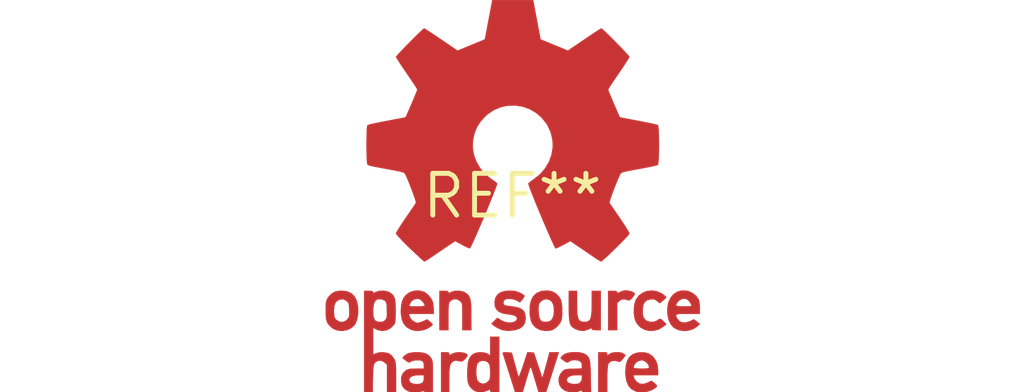
<source format=kicad_pcb>
(kicad_pcb (version 20240108) (generator pcbnew)
  (layers (0 "F.Cu" signal) (31 "B.Cu" signal) (34 "B.Paste" user) (35 "F.Paste" user) (36 "B.SilkS" user "B.Silkscreen") (37 "F.SilkS" user "F.Silkscreen") (38 "B.Mask" user) (39 "F.Mask" user) (44 "Edge.Cuts" user))
  (net 0 "")
  (footprint "OSHW-Logo_11.4x12mm_Copper" (layer "F.Cu") (at 0 0)
    (property "Reference" "REF**")
    (property "Value" "OSHW-Logo_11.4x12mm_Copper")
    (fp_poly (pts (xy 3.563637 2.887472) (xy 3.64929 2.913641) (xy 3.704437 2.946707) (xy 3.722401 2.972855) (xy 3.717457 3.003852) (xy 3.685372 3.052547) (xy 3.658243 3.087035) (xy 3.602317 3.149383) (xy 3.560299 3.175615) (xy 3.52448 3.173903) (xy 3.418224 3.146863) (xy 3.340189 3.148091) (xy 3.27682 3.178735) (xy 3.255546 3.19667) (xy 3.187451 3.259779) (xy 3.187451 4.083922) (xy 2.913529 4.083922) (xy 2.913529 2.888628) (xy 3.05049 2.888628) (xy 3.132719 2.891879) (xy 3.175144 2.903426) (xy 3.187445 2.925952) (xy 3.187451 2.92662) (xy 3.19326 2.950215) (xy 3.219531 2.947138) (xy 3.255931 2.930115) (xy 3.331111 2.898439) (xy 3.392158 2.879381) (xy 3.470708 2.874496) (xy 3.563637 2.887472)) (layer "F.Cu") (stroke (width 0.01)) (fill solid))
    (fp_poly (pts (xy 3.238446 4.755883) (xy 3.334177 4.774755) (xy 3.388677 4.802699) (xy 3.446008 4.849123) (xy 3.364441 4.952111) (xy 3.31415 5.014479) (xy 3.280001 5.044907) (xy 3.246063 5.049555) (xy 3.196406 5.034586) (xy 3.173096 5.026117) (xy 3.078063 5.013622) (xy 2.991032 5.040406) (xy 2.927138 5.100915) (xy 2.916759 5.120208) (xy 2.905456 5.171314) (xy 2.896732 5.2655) (xy 2.890997 5.396089) (xy 2.88866 5.556405) (xy 2.888627 5.579211) (xy 2.888627 5.976471) (xy 2.614705 5.976471) (xy 2.614705 4.756275) (xy 2.751666 4.756275) (xy 2.830638 4.758337) (xy 2.871779 4.767513) (xy 2.886992 4.78829) (xy 2.888627 4.807886) (xy 2.888627 4.859497) (xy 2.95424 4.807886) (xy 3.029475 4.772675) (xy 3.130544 4.755265) (xy 3.238446 4.755883)) (layer "F.Cu") (stroke (width 0.01)) (fill solid))
    (fp_poly (pts (xy -1.967236 4.758921) (xy -1.92997 4.770091) (xy -1.917957 4.794633) (xy -1.917451 4.805712) (xy -1.915296 4.836572) (xy -1.900449 4.841417) (xy -1.860343 4.82026) (xy -1.83652 4.805806) (xy -1.761362 4.77485) (xy -1.671594 4.759544) (xy -1.577471 4.758367) (xy -1.489246 4.769799) (xy -1.417174 4.79232) (xy -1.371508 4.824409) (xy -1.362502 4.864545) (xy -1.367047 4.875415) (xy -1.400179 4.920534) (xy -1.451555 4.976026) (xy -1.460848 4.984996) (xy -1.509818 5.026245) (xy -1.552069 5.039572) (xy -1.611159 5.030271) (xy -1.634831 5.02409) (xy -1.708496 5.009246) (xy -1.76029 5.015921) (xy -1.804031 5.039465) (xy -1.844098 5.071061) (xy -1.873608 5.110798) (xy -1.894116 5.166252) (xy -1.907176 5.245003) (xy -1.914344 5.354629) (xy -1.917176 5.502706) (xy -1.917451 5.592111) (xy -1.917451 5.976471) (xy -2.166471 5.976471) (xy -2.166471 4.756275) (xy -2.041961 4.756275) (xy -1.967236 4.758921)) (layer "F.Cu") (stroke (width 0.01)) (fill solid))
    (fp_poly (pts (xy 1.967254 3.276245) (xy 1.969608 3.458879) (xy 1.978207 3.5976) (xy 1.99536 3.698147) (xy 2.023374 3.766254) (xy 2.064557 3.807659) (xy 2.121217 3.828097) (xy 2.191372 3.833318) (xy 2.264848 3.827468) (xy 2.320657 3.806093) (xy 2.361109 3.763458) (xy 2.388509 3.693825) (xy 2.405167 3.59146) (xy 2.413389 3.450624) (xy 2.41549 3.276245) (xy 2.41549 2.888628) (xy 2.689411 2.888628) (xy 2.689411 4.083922) (xy 2.552451 4.083922) (xy 2.469884 4.080576) (xy 2.427368 4.068826) (xy 2.41549 4.04652) (xy 2.408336 4.026654) (xy 2.379865 4.030857) (xy 2.322476 4.058971) (xy 2.190945 4.102342) (xy 2.051438 4.09927) (xy 1.917765 4.052174) (xy 1.854108 4.014971) (xy 1.805553 3.974691) (xy 1.770081 3.924291) (xy 1.745674 3.856729) (xy 1.730313 3.764965) (xy 1.721982 3.641955) (xy 1.718662 3.480659) (xy 1.718235 3.355928) (xy 1.718235 2.888628) (xy 1.967254 2.888628) (xy 1.967254 3.276245)) (layer "F.Cu") (stroke (width 0.01)) (fill solid))
    (fp_poly (pts (xy -1.49324 2.909199) (xy -1.431264 2.938802) (xy -1.371241 2.981561) (xy -1.325514 3.030775) (xy -1.292207 3.093544) (xy -1.269445 3.176971) (xy -1.255353 3.288159) (xy -1.248058 3.434209) (xy -1.245682 3.622223) (xy -1.245645 3.641912) (xy -1.245098 4.083922) (xy -1.51902 4.083922) (xy -1.51902 3.676435) (xy -1.519215 3.525471) (xy -1.520564 3.416056) (xy -1.524212 3.339933) (xy -1.531304 3.288848) (xy -1.542987 3.254545) (xy -1.560406 3.228768) (xy -1.584671 3.203298) (xy -1.669565 3.148571) (xy -1.762239 3.138416) (xy -1.850527 3.173017) (xy -1.88123 3.19877) (xy -1.903771 3.222982) (xy -1.919954 3.248912) (xy -1.930832 3.284708) (xy -1.937458 3.338519) (xy -1.940885 3.418493) (xy -1.942166 3.532779) (xy -1.942353 3.671907) (xy -1.942353 4.083922) (xy -2.216275 4.083922) (xy -2.216275 2.888628) (xy -2.079314 2.888628) (xy -1.997084 2.891879) (xy -1.95466 2.903426) (xy -1.942359 2.925952) (xy -1.942353 2.92662) (xy -1.936646 2.948681) (xy -1.911473 2.946177) (xy -1.861422 2.921937) (xy -1.747906 2.886271) (xy -1.618055 2.882305) (xy -1.49324 2.909199)) (layer "F.Cu") (stroke (width 0.01)) (fill solid))
    (fp_poly (pts (xy 4.390976 2.899056) (xy 4.535256 2.960348) (xy 4.580699 2.990185) (xy 4.638779 3.036036) (xy 4.675238 3.072089) (xy 4.681568 3.083832) (xy 4.663693 3.109889) (xy 4.61795 3.154105) (xy 4.581328 3.184965) (xy 4.481088 3.26552) (xy 4.401935 3.198918) (xy 4.340769 3.155921) (xy 4.281129 3.141079) (xy 4.212872 3.144704) (xy 4.104482 3.171652) (xy 4.029872 3.227587) (xy 3.98453 3.318014) (xy 3.963947 3.448435) (xy 3.963942 3.448517) (xy 3.965722 3.59429) (xy 3.993387 3.701245) (xy 4.048571 3.774064) (xy 4.086192 3.798723) (xy 4.186105 3.829431) (xy 4.292822 3.829449) (xy 4.385669 3.799655) (xy 4.407647 3.785098) (xy 4.462765 3.747914) (xy 4.505859 3.74182) (xy 4.552335 3.769496) (xy 4.603716 3.819205) (xy 4.685046 3.903116) (xy 4.594749 3.977546) (xy 4.455236 4.061549) (xy 4.297912 4.102947) (xy 4.133503 4.09995) (xy 4.025531 4.0725) (xy 3.899331 4.00462) (xy 3.798401 3.897831) (xy 3.752548 3.822451) (xy 3.71541 3.714297) (xy 3.696827 3.577318) (xy 3.696684 3.428864) (xy 3.714865 3.286281) (xy 3.751255 3.166918) (xy 3.756987 3.15468) (xy 3.841865 3.034655) (xy 3.956782 2.947267) (xy 4.092659 2.894329) (xy 4.240417 2.877654) (xy 4.390976 2.899056)) (layer "F.Cu") (stroke (width 0.01)) (fill solid))
    (fp_poly (pts (xy 1.209547 2.903364) (xy 1.335502 2.971959) (xy 1.434047 3.080245) (xy 1.480478 3.168315) (xy 1.500412 3.246101) (xy 1.513328 3.356993) (xy 1.518863 3.484738) (xy 1.516654 3.613084) (xy 1.506337 3.725779) (xy 1.494286 3.785969) (xy 1.453634 3.868311) (xy 1.38323 3.95577) (xy 1.298382 4.032251) (xy 1.214397 4.081655) (xy 1.212349 4.082439) (xy 1.108134 4.104027) (xy 0.984627 4.104562) (xy 0.867261 4.084908) (xy 0.821942 4.069155) (xy 0.70522 4.002966) (xy 0.621624 3.916246) (xy 0.566701 3.801438) (xy 0.535995 3.650982) (xy 0.529047 3.572173) (xy 0.529933 3.473145) (xy 0.796862 3.473145) (xy 0.805854 3.617645) (xy 0.831736 3.72776) (xy 0.872868 3.798116) (xy 0.902172 3.818235) (xy 0.977251 3.832265) (xy 1.066494 3.828111) (xy 1.14365 3.807922) (xy 1.163883 3.796815) (xy 1.217265 3.732123) (xy 1.2525 3.633119) (xy 1.267498 3.512632) (xy 1.260172 3.383494) (xy 1.243799 3.305775) (xy 1.19679 3.215771) (xy 1.122582 3.159509) (xy 1.033209 3.140057) (xy 0.940707 3.160481) (xy 0.869653 3.210437) (xy 0.832312 3.251655) (xy 0.810518 3.292281) (xy 0.80013 3.347264) (xy 0.797006 3.431549) (xy 0.796862 3.473145) (xy 0.529933 3.473145) (xy 0.53093 3.361874) (xy 0.56518 3.189423) (xy 0.631802 3.054814) (xy 0.730799 2.95804) (xy 0.862175 2.899094) (xy 0.890385 2.892259) (xy 1.059926 2.876213) (xy 1.209547 2.903364)) (layer "F.Cu") (stroke (width 0.01)) (fill solid))
    (fp_poly (pts (xy 0.557528 4.761332) (xy 0.656014 4.768726) (xy 0.784776 5.154706) (xy 0.913537 5.540686) (xy 0.953911 5.403726) (xy 0.978207 5.319083) (xy 1.010167 5.204697) (xy 1.044679 5.078963) (xy 1.062928 5.01152) (xy 1.131571 4.756275) (xy 1.414773 4.756275) (xy 1.330122 5.023971) (xy 1.288435 5.155638) (xy 1.238074 5.314458) (xy 1.185481 5.480128) (xy 1.13853 5.627843) (xy 1.031589 5.96402) (xy 0.800661 5.979044) (xy 0.73805 5.772316) (xy 0.699438 5.643896) (xy 0.6573 5.502322) (xy 0.620472 5.377285) (xy 0.619018 5.372309) (xy 0.591511 5.287586) (xy 0.567242 5.229778) (xy 0.550243 5.207918) (xy 0.54675 5.210446) (xy 0.53449 5.244336) (xy 0.511195 5.31693) (xy 0.4797 5.419101) (xy 0.442842 5.54172) (xy 0.422899 5.609167) (xy 0.314895 5.976471) (xy 0.085679 5.976471) (xy -0.097561 5.3975) (xy -0.149037 5.235091) (xy -0.19593 5.087602) (xy -0.236023 4.96196) (xy -0.267103 4.865095) (xy -0.286955 4.803934) (xy -0.292989 4.786065) (xy -0.288212 4.767768) (xy -0.250703 4.759755) (xy -0.172645 4.760557) (xy -0.160426 4.761163) (xy -0.015674 4.768726) (xy 0.07913 5.117353) (xy 0.113977 5.244497) (xy 0.145117 5.356265) (xy 0.169809 5.442953) (xy 0.185312 5.494856) (xy 0.188176 5.503318) (xy 0.200046 5.493587) (xy 0.223983 5.443172) (xy 0.257239 5.358935) (xy 0.297064 5.247741) (xy 0.33073 5.147297) (xy 0.459041 4.753939) (xy 0.557528 4.761332)) (layer "F.Cu") (stroke (width 0.01)) (fill solid))
    (fp_poly (pts (xy -5.026753 2.901568) (xy -4.896478 2.959163) (xy -4.797581 3.055334) (xy -4.729918 3.190229) (xy -4.693345 3.363996) (xy -4.690724 3.391126) (xy -4.68867 3.582408) (xy -4.715301 3.750073) (xy -4.768999 3.885967) (xy -4.797753 3.929681) (xy -4.897909 4.022198) (xy -5.025463 4.082119) (xy -5.168163 4.106985) (xy -5.31376 4.094339) (xy -5.424438 4.055391) (xy -5.519616 3.989755) (xy -5.597406 3.903699) (xy -5.598751 3.901685) (xy -5.630343 3.84857) (xy -5.650873 3.79516) (xy -5.663305 3.727754) (xy -5.670603 3.632653) (xy -5.673818 3.554666) (xy -5.675156 3.483944) (xy -5.426186 3.483944) (xy -5.423753 3.554348) (xy -5.41492 3.648068) (xy -5.399336 3.708214) (xy -5.371234 3.751006) (xy -5.344914 3.776002) (xy -5.251608 3.828338) (xy -5.15398 3.835333) (xy -5.063058 3.797676) (xy -5.017598 3.755479) (xy -4.984838 3.712956) (xy -4.965677 3.672267) (xy -4.957267 3.619314) (xy -4.956763 3.539997) (xy -4.959355 3.46695) (xy -4.964929 3.362601) (xy -4.973766 3.29492) (xy -4.989693 3.250774) (xy -5.016538 3.217031) (xy -5.037811 3.197746) (xy -5.126794 3.147086) (xy -5.222789 3.14456) (xy -5.303281 3.174567) (xy -5.371947 3.237231) (xy -5.412856 3.340168) (xy -5.426186 3.483944) (xy -5.675156 3.483944) (xy -5.676754 3.399582) (xy -5.67174 3.2836) (xy -5.656717 3.196367) (xy -5.629624 3.12753) (xy -5.5884 3.066737) (xy -5.573115 3.048686) (xy -5.477546 2.958746) (xy -5.375039 2.906211) (xy -5.249679 2.884201) (xy -5.18855 2.882402) (xy -5.026753 2.901568)) (layer "F.Cu") (stroke (width 0.01)) (fill solid))
    (fp_poly (pts (xy -0.398432 5.976471) (xy -0.535393 5.976471) (xy -0.614889 5.97414) (xy -0.656292 5.964488) (xy -0.671199 5.943525) (xy -0.672353 5.929351) (xy -0.674867 5.900927) (xy -0.69072 5.895475) (xy -0.732379 5.912998) (xy -0.764776 5.929351) (xy -0.889151 5.968103) (xy -1.024354 5.970346) (xy -1.134274 5.941444) (xy -1.236634 5.871619) (xy -1.31466 5.768555) (xy -1.357386 5.646989) (xy -1.358474 5.640192) (xy -1.364822 5.566032) (xy -1.367979 5.45957) (xy -1.367725 5.379052) (xy -1.095711 5.379052) (xy -1.08941 5.48607) (xy -1.075075 5.574278) (xy -1.055669 5.62409) (xy -0.982254 5.692162) (xy -0.895086 5.716564) (xy -0.805196 5.696831) (xy -0.728383 5.637968) (xy -0.699292 5.598379) (xy -0.682283 5.551138) (xy -0.674316 5.482181) (xy -0.672353 5.378607) (xy -0.675866 5.276039) (xy -0.685143 5.185921) (xy -0.698294 5.125613) (xy -0.700486 5.120208) (xy -0.753522 5.05594) (xy -0.830933 5.020656) (xy -0.917546 5.014959) (xy -0.998193 5.039453) (xy -1.057703 5.094742) (xy -1.063876 5.105743) (xy -1.083199 5.172827) (xy -1.093726 5.269284) (xy -1.095711 5.379052) (xy -1.367725 5.379052) (xy -1.367596 5.338225) (xy -1.365806 5.272918) (xy -1.353627 5.111355) (xy -1.328315 4.990053) (xy -1.286207 4.900379) (xy -1.223641 4.833699) (xy -1.1629 4.794557) (xy -1.078036 4.76704) (xy -0.972485 4.757603) (xy -0.864402 4.76529) (xy -0.771942 4.789146) (xy -0.72309 4.817685) (xy -0.672353 4.863601) (xy -0.672353 4.283137) (xy -0.398432 4.283137) (xy -0.398432 5.976471)) (layer "F.Cu") (stroke (width 0.01)) (fill solid))
    (fp_poly (pts (xy 5.303287 2.884355) (xy 5.367051 2.899845) (xy 5.4893 2.956569) (xy 5.593834 3.043202) (xy 5.66618 3.147074) (xy 5.676119 3.170396) (xy 5.689754 3.231484) (xy 5.699298 3.321853) (xy 5.702549 3.41319) (xy 5.702549 3.585882) (xy 5.34147 3.585882) (xy 5.192546 3.586445) (xy 5.087632 3.589864) (xy 5.020937 3.598731) (xy 4.986666 3.615641) (xy 4.979028 3.643189) (xy 4.992229 3.683968) (xy 5.015877 3.731683) (xy 5.081843 3.811314) (xy 5.173512 3.850987) (xy 5.285555 3.849695) (xy 5.412472 3.806514) (xy 5.522158 3.753224) (xy 5.613173 3.825191) (xy 5.704188 3.897157) (xy 5.618563 3.976269) (xy 5.50425 4.051017) (xy 5.363666 4.096084) (xy 5.212449 4.108696) (xy 5.066236 4.086079) (xy 5.042647 4.078405) (xy 4.914141 4.011296) (xy 4.818551 3.911247) (xy 4.753861 3.775271) (xy 4.718057 3.60038) (xy 4.71764 3.596632) (xy 4.714434 3.406032) (xy 4.727393 3.338035) (xy 4.980392 3.338035) (xy 5.003627 3.348491) (xy 5.06671 3.3565) (xy 5.159706 3.361073) (xy 5.218638 3.361765) (xy 5.328537 3.361332) (xy 5.397252 3.358578) (xy 5.433405 3.351321) (xy 5.445615 3.337376) (xy 5.442504 3.314562) (xy 5.439894 3.305735) (xy 5.395344 3.2228) (xy 5.325279 3.15596) (xy 5.263446 3.126589) (xy 5.181301 3.128362) (xy 5.098062 3.16499) (xy 5.028238 3.225634) (xy 4.986337 3.299456) (xy 4.980392 3.338035) (xy 4.727393 3.338035) (xy 4.746385 3.238395) (xy 4.809773 3.097711) (xy 4.900878 2.987974) (xy 5.015978 2.913174) (xy 5.151355 2.877304) (xy 5.303287 2.884355)) (layer "F.Cu") (stroke (width 0.01)) (fill solid))
    (fp_poly (pts (xy 0.027759 2.884345) (xy 0.122059 2.902229) (xy 0.21989 2.939633) (xy 0.230343 2.944402) (xy 0.304531 2.983412) (xy 0.35591 3.019664) (xy 0.372517 3.042887) (xy 0.356702 3.080761) (xy 0.318288 3.136644) (xy 0.301237 3.157505) (xy 0.230969 3.239618) (xy 0.140379 3.186168) (xy 0.054164 3.150561) (xy -0.045451 3.131529) (xy -0.140981 3.130326) (xy -0.214939 3.14821) (xy -0.232688 3.159373) (xy -0.266488 3.210553) (xy -0.270596 3.269509) (xy -0.245304 3.315567) (xy -0.230344 3.324499) (xy -0.185514 3.335592) (xy -0.106714 3.34863) (xy -0.009574 3.361088) (xy 0.008346 3.363042) (xy 0.164365 3.39003) (xy 0.277523 3.435873) (xy 0.352569 3.504803) (xy 0.394253 3.601054) (xy 0.407238 3.718617) (xy 0.389299 3.852254) (xy 0.33105 3.957195) (xy 0.232255 4.03363) (xy 0.092682 4.081748) (xy -0.062255 4.100732) (xy -0.188602 4.100504) (xy -0.291087 4.083262) (xy -0.361079 4.059457) (xy -0.449517 4.017978) (xy -0.531246 3.969842) (xy -0.560295 3.948655) (xy -0.635 3.887676) (xy -0.544902 3.796508) (xy -0.454804 3.705339) (xy -0.352368 3.773128) (xy -0.249626 3.824042) (xy -0.139913 3.850673) (xy -0.034449 3.853483) (xy 0.055546 3.832935) (xy 0.118854 3.789493) (xy 0.139296 3.752838) (xy 0.136229 3.694053) (xy 0.085434 3.649099) (xy -0.012952 3.618057) (xy -0.120744 3.60371) (xy -0.286635 3.576337) (xy -0.409876 3.524693) (xy -0.492114 3.447266) (xy -0.534999 3.342544) (xy -0.54094 3.218387) (xy -0.511594 3.088702) (xy -0.444691 2.990677) (xy -0.339629 2.923866) (xy -0.19581 2.88782) (xy -0.089262 2.880754) (xy 0.027759 2.884345)) (layer "F.Cu") (stroke (width 0.01)) (fill solid))
    (fp_poly (pts (xy 4.025307 4.762784) (xy 4.144337 4.793731) (xy 4.244021 4.8576) (xy 4.292288 4.905313) (xy 4.371408 5.018106) (xy 4.416752 5.14895) (xy 4.43233 5.309792) (xy 4.43241 5.322794) (xy 4.432549 5.45353) (xy 3.680091 5.45353) (xy 3.69613 5.52201) (xy 3.725091 5.584031) (xy 3.775778 5.648654) (xy 3.786379 5.658971) (xy 3.877494 5.714805) (xy 3.9814 5.724275) (xy 4.101 5.68754) (xy 4.121274 5.677647) (xy 4.183456 5.647574) (xy 4.225106 5.63044) (xy 4.232373 5.628855) (xy 4.25774 5.644242) (xy 4.30612 5.681887) (xy 4.330679 5.702459) (xy 4.38157 5.749714) (xy 4.398281 5.780917) (xy 4.386683 5.80962) (xy 4.380483 5.817468) (xy 4.338493 5.851819) (xy 4.269206 5.893565) (xy 4.220882 5.917935) (xy 4.083711 5.960873) (xy 3.931847 5.974786) (xy 3.788024 5.9583) (xy 3.747745 5.946496) (xy 3.623078 5.879689) (xy 3.530671 5.776892) (xy 3.46999 5.637105) (xy 3.440498 5.45933) (xy 3.43726 5.366373) (xy 3.446714 5.231033) (xy 3.68549 5.231033) (xy 3.708584 5.241038) (xy 3.770662 5.248888) (xy 3.860914 5.253521) (xy 3.922058 5.254314) (xy 4.03204 5.253549) (xy 4.101457 5.24997) (xy 4.139538 5.241649) (xy 4.155515 5.226657) (xy 4.158627 5.204903) (xy 4.137278 5.137892) (xy 4.083529 5.071664) (xy 4.012822 5.020832) (xy 3.942089 5.000038) (xy 3.846016 5.018484) (xy 3.762849 5.071811) (xy 3.705186 5.148677) (xy 3.68549 5.231033) (xy 3.446714 5.231033) (xy 3.451028 5.169291) (xy 3.49352 5.012271) (xy 3.565635 4.894069) (xy 3.668273 4.81344) (xy 3.802332 4.769139) (xy 3.874957 4.760607) (xy 4.025307 4.762784)) (layer "F.Cu") (stroke (width 0.01)) (fill solid))
    (fp_poly (pts (xy -2.686796 2.916354) (xy -2.661981 2.928037) (xy -2.576094 2.990951) (xy -2.494879 3.082769) (xy -2.434236 3.183868) (xy -2.416988 3.230349) (xy -2.401251 3.313376) (xy -2.391867 3.413713) (xy -2.390728 3.455147) (xy -2.390589 3.585882) (xy -3.143047 3.585882) (xy -3.127007 3.654363) (xy -3.087637 3.735355) (xy -3.018806 3.805351) (xy -2.936919 3.850441) (xy -2.884737 3.859804) (xy -2.813971 3.848441) (xy -2.72954 3.819943) (xy -2.700858 3.806831) (xy -2.594791 3.753858) (xy -2.504272 3.822901) (xy -2.452039 3.869597) (xy -2.424247 3.90814) (xy -2.42284 3.919452) (xy -2.447668 3.946868) (xy -2.502083 3.988532) (xy -2.551472 4.021037) (xy -2.684748 4.079468) (xy -2.834161 4.105915) (xy -2.982249 4.099039) (xy -3.100295 4.063096) (xy -3.221982 3.986101) (xy -3.30846 3.884728) (xy -3.362559 3.75357) (xy -3.387109 3.587224) (xy -3.389286 3.511108) (xy -3.380573 3.336685) (xy -3.379503 3.331611) (xy -3.130173 3.331611) (xy -3.123306 3.347968) (xy -3.095083 3.356988) (xy -3.036873 3.360854) (xy -2.940042 3.361749) (xy -2.902757 3.361765) (xy -2.789317 3.360413) (xy -2.717378 3.355505) (xy -2.678687 3.34576) (xy -2.664995 3.329899) (xy -2.66451 3.324805) (xy -2.680137 3.284326) (xy -2.719247 3.227621) (xy -2.736061 3.207766) (xy -2.798481 3.151611) (xy -2.863547 3.129532) (xy -2.898603 3.127686) (xy -2.993442 3.150766) (xy -3.072973 3.212759) (xy -3.123423 3.302802) (xy -3.124317 3.305735) (xy -3.130173 3.331611) (xy -3.379503 3.331611) (xy -3.351601 3.199343) (xy -3.29941 3.089461) (xy -3.235579 3.011461) (xy -3.117567 2.926882) (xy -2.978842 2.881686) (xy -2.83129 2.8776) (xy -2.686796 2.916354)) (layer "F.Cu") (stroke (width 0.01)) (fill solid))
    (fp_poly (pts (xy 2.056459 4.763669) (xy 2.16142 4.789163) (xy 2.191761 4.802669) (xy 2.250573 4.838046) (xy 2.295709 4.87789) (xy 2.329106 4.92912) (xy 2.352701 4.998654) (xy 2.368433 5.093409) (xy 2.378239 5.220305) (xy 2.384057 5.386258) (xy 2.386266 5.497108) (xy 2.394396 5.976471) (xy 2.255531 5.976471) (xy 2.171287 5.972938) (xy 2.127884 5.960866) (xy 2.116666 5.940594) (xy 2.110744 5.918674) (xy 2.084266 5.922865) (xy 2.048186 5.940441) (xy 1.957862 5.967382) (xy 1.841777 5.974642) (xy 1.71968 5.962767) (xy 1.611321 5.932305) (xy 1.601602 5.928077) (xy 1.502568 5.858505) (xy 1.437281 5.761789) (xy 1.40724 5.648738) (xy 1.409535 5.608122) (xy 1.654633 5.608122) (xy 1.676229 5.662782) (xy 1.740259 5.701952) (xy 1.843565 5.722974) (xy 1.898774 5.725766) (xy 1.990782 5.71862) (xy 2.051941 5.690848) (xy 2.066862 5.677647) (xy 2.107287 5.605829) (xy 2.116666 5.540686) (xy 2.116666 5.45353) (xy 1.995269 5.45353) (xy 1.854153 5.460722) (xy 1.755173 5.483345) (xy 1.692633 5.522964) (xy 1.678631 5.540628) (xy 1.654633 5.608122) (xy 1.409535 5.608122) (xy 1.413941 5.530157) (xy 1.45888 5.416855) (xy 1.520196 5.340285) (xy 1.557332 5.307181) (xy 1.593687 5.285425) (xy 1.64099 5.272161) (xy 1.710973 5.264528) (xy 1.815364 5.25967) (xy 1.85677 5.258273) (xy 2.116666 5.24978) (xy 2.116285 5.171116) (xy 2.106219 5.088428) (xy 2.069829 5.038431) (xy 1.996311 5.006489) (xy 1.994339 5.00592) (xy 1.890105 4.993361) (xy 1.788108 5.009766) (xy 1.712305 5.049657) (xy 1.68189 5.069354) (xy 1.649132 5.066629) (xy 1.598721 5.038091) (xy 1.569119 5.01795) (xy 1.511218 4.974919) (xy 1.475352 4.942662) (xy 1.469597 4.933427) (xy 1.493295 4.885636) (xy 1.563313 4.828562) (xy 1.593725 4.809305) (xy 1.681155 4.77614) (xy 1.798983 4.75735) (xy 1.929866 4.753129) (xy 2.056459 4.763669)) (layer "F.Cu") (stroke (width 0.01)) (fill solid))
    (fp_poly (pts (xy -2.74128 4.765922) (xy -2.62413 4.79718) (xy -2.534949 4.853837) (xy -2.472016 4.928045) (xy -2.452452 4.959716) (xy -2.438008 4.992891) (xy -2.427911 5.035329) (xy -2.421385 5.094788) (xy -2.417658 5.179029) (xy -2.415954 5.29581) (xy -2.4155 5.45289) (xy -2.415491 5.494565) (xy -2.415491 5.976471) (xy -2.53502 5.976471) (xy -2.611261 5.971131) (xy -2.667634 5.957604) (xy -2.681758 5.949262) (xy -2.72037 5.934864) (xy -2.759808 5.949262) (xy -2.824738 5.967237) (xy -2.919055 5.974472) (xy -3.023593 5.971333) (xy -3.119189 5.958186) (xy -3.175 5.941318) (xy -3.283002 5.871986) (xy -3.350497 5.775772) (xy -3.380841 5.647844) (xy -3.381123 5.644559) (xy -3.37846 5.587808) (xy -3.137647 5.587808) (xy -3.116595 5.652358) (xy -3.082303 5.688686) (xy -3.013468 5.716162) (xy -2.92261 5.727129) (xy -2.829958 5.721731) (xy -2.755744 5.70011) (xy -2.734951 5.686239) (xy -2.698619 5.622143) (xy -2.689412 5.549278) (xy -2.689412 5.45353) (xy -2.827173 5.45353) (xy -2.958047 5.463605) (xy -3.057259 5.492148) (xy -3.118977 5.536639) (xy -3.137647 5.587808) (xy -3.37846 5.587808) (xy -3.374564 5.50479) (xy -3.328466 5.394282) (xy -3.2418 5.310712) (xy -3.229821 5.30311) (xy -3.178345 5.278357) (xy -3.114632 5.263368) (xy -3.025565 5.256082) (xy -2.919755 5.254407) (xy -2.689412 5.254314) (xy -2.689412 5.157755) (xy -2.699183 5.082836) (xy -2.724116 5.032644) (xy -2.727035 5.029972) (xy -2.782519 5.008015) (xy -2.866273 4.999505) (xy -2.958833 5.003687) (xy -3.04073 5.019809) (xy -3.089327 5.04399) (xy -3.115659 5.063359) (xy -3.143465 5.067057) (xy -3.181839 5.051188) (xy -3.239875 5.011855) (xy -3.326669 4.945164) (xy -3.334635 4.938916) (xy -3.330553 4.9158) (xy -3.296499 4.877352) (xy -3.24474 4.834627) (xy -3.187545 4.798679) (xy -3.169575 4.790191) (xy -3.104028 4.773252) (xy -3.00798 4.76117) (xy -2.900671 4.756323) (xy -2.895653 4.756313) (xy -2.74128 4.765922)) (layer "F.Cu") (stroke (width 0.01)) (fill solid))
    (fp_poly (pts (xy -3.780091 2.90956) (xy -3.727588 2.935499) (xy -3.662842 2.9807) (xy -3.615653 3.029991) (xy -3.583335 3.091885) (xy -3.563203 3.174896) (xy -3.55257 3.287538) (xy -3.548753 3.438324) (xy -3.54853 3.503149) (xy -3.549182 3.645221) (xy -3.551888 3.746757) (xy -3.557776 3.817015) (xy -3.567973 3.865256) (xy -3.583606 3.900738) (xy -3.599872 3.924943) (xy -3.703705 4.027929) (xy -3.825979 4.089874) (xy -3.957886 4.108506) (xy -4.090616 4.081549) (xy -4.132667 4.062486) (xy -4.233334 4.010015) (xy -4.233334 4.832259) (xy -4.159865 4.794267) (xy -4.063059 4.764872) (xy -3.944072 4.757342) (xy -3.825255 4.771245) (xy -3.735527 4.802476) (xy -3.661101 4.861954) (xy -3.59751 4.947066) (xy -3.592729 4.955805) (xy -3.572563 4.996966) (xy -3.557835 5.038454) (xy -3.547697 5.088713) (xy -3.541301 5.156184) (xy -3.537799 5.249309) (xy -3.536342 5.376531) (xy -3.536079 5.519701) (xy -3.536079 5.976471) (xy -3.81 5.976471) (xy -3.81 5.134231) (xy -3.886617 5.069763) (xy -3.966207 5.018194) (xy -4.041578 5.008818) (xy -4.117367 5.032947) (xy -4.157759 5.056574) (xy -4.187821 5.090227) (xy -4.209203 5.141087) (xy -4.22355 5.216334) (xy -4.23251 5.323146) (xy -4.23773 5.468704) (xy -4.239569 5.565588) (xy -4.245785 5.96402) (xy -4.37652 5.971547) (xy -4.507255 5.979073) (xy -4.507255 3.506582) (xy -4.233334 3.506582) (xy -4.22635 3.644423) (xy -4.202818 3.740107) (xy -4.158865 3.799641) (xy -4.090618 3.829029) (xy -4.021667 3.834902) (xy -3.943614 3.828154) (xy -3.891811 3.801594) (xy -3.859417 3.766499) (xy -3.833916 3.728752) (xy -3.818735 3.6867) (xy -3.811981 3.627779) (xy -3.811759 3.539428) (xy -3.814032 3.465448) (xy -3.819251 3.354) (xy -3.827021 3.280833) (xy -3.840105 3.234422) (xy -3.861268 3.203244) (xy -3.88124 3.185223) (xy -3.964686 3.145925) (xy -4.063449 3.139579) (xy -4.120159 3.153116) (xy -4.176308 3.201233) (xy -4.213501 3.294833) (xy -4.231528 3.433254) (xy -4.233334 3.506582) (xy -4.507255 3.506582) (xy -4.507255 2.888628) (xy -4.370295 2.888628) (xy -4.288065 2.891879) (xy -4.24564 2.903426) (xy -4.233339 2.925952) (xy -4.233334 2.92662) (xy -4.227626 2.948681) (xy -4.202453 2.946176) (xy -4.152402 2.921935) (xy -4.035781 2.884851) (xy -3.904571 2.880953) (xy -3.780091 2.90956)) (layer "F.Cu") (stroke (width 0.01)) (fill solid))
    (fp_poly (pts (xy 0.746535 -5.366828) (xy 0.859117 -4.769637) (xy 1.274531 -4.59839) (xy 1.689944 -4.427143) (xy 2.188302 -4.766022) (xy 2.327868 -4.860378) (xy 2.454028 -4.944625) (xy 2.560895 -5.014917) (xy 2.642582 -5.067408) (xy 2.693201 -5.098251) (xy 2.706986 -5.104902) (xy 2.73182 -5.087797) (xy 2.784888 -5.040511) (xy 2.86024 -4.969083) (xy 2.951929 -4.879555) (xy 3.054007 -4.777966) (xy 3.160526 -4.670357) (xy 3.265536 -4.562768) (xy 3.363091 -4.46124) (xy 3.447242 -4.371814) (xy 3.51204 -4.300529) (xy 3.551538 -4.253427) (xy 3.56098 -4.237663) (xy 3.547391 -4.208602) (xy 3.509293 -4.144934) (xy 3.450694 -4.052888) (xy 3.375597 -3.938691) (xy 3.288009 -3.808571) (xy 3.237254 -3.734354) (xy 3.144745 -3.598833) (xy 3.06254 -3.476539) (xy 2.99463 -3.37356) (xy 2.945 -3.295982) (xy 2.91764 -3.249894) (xy 2.913529 -3.240208) (xy 2.922849 -3.212681) (xy 2.948254 -3.148527) (xy 2.985911 -3.056765) (xy 3.031986 -2.946416) (xy 3.082646 -2.8265) (xy 3.134059 -2.706036) (xy 3.182389 -2.594046) (xy 3.223806 -2.499548) (xy 3.254474 -2.431563) (xy 3.270562 -2.399112) (xy 3.271511 -2.397835) (xy 3.296772 -2.391638) (xy 3.364046 -2.377815) (xy 3.46636 -2.357723) (xy 3.596741 -2.332721) (xy 3.748216 -2.304169) (xy 3.836594 -2.287704) (xy 3.998452 -2.256886) (xy 4.144649 -2.227561) (xy 4.267787 -2.201334) (xy 4.360469 -2.179809) (xy 4.415301 -2.16459) (xy 4.426323 -2.159762) (xy 4.437119 -2.127081) (xy 4.445829 -2.05327) (xy 4.45246 -1.946963) (xy 4.457018 -1.816788) (xy 4.459509 -1.671379) (xy 4.459938 -1.519365) (xy 4.458311 -1.369378) (xy 4.454635 -1.230049) (xy 4.448915 -1.11001) (xy 4.441158 -1.01789) (xy 4.431368 -0.962323) (xy 4.425496 -0.950755) (xy 4.390399 -0.93689) (xy 4.316028 -0.917067) (xy 4.212223 -0.893616) (xy 4.088819 -0.868864) (xy 4.045741 -0.860857) (xy 3.838047 -0.822814) (xy 3.673984 -0.792176) (xy 3.54813 -0.767726) (xy 3.455065 -0.748246) (xy 3.389367 -0.732519) (xy 3.345617 -0.719327) (xy 3.318392 -0.707451) (xy 3.302272 -0.695675) (xy 3.300017 -0.693347) (xy 3.277503 -0.655855) (xy 3.243158 -0.58289) (xy 3.200411 -0.483388) (xy 3.152692 -0.366282) (xy 3.10343 -0.240507) (xy 3.056055 -0.114998) (xy 3.013995 0.00131) (xy 2.98068 0.099484) (xy 2.959541 0.170588) (xy 2.954005 0.205687) (xy 2.954466 0.206917) (xy 2.973223 0.235606) (xy 3.015776 0.29873) (xy 3.077653 0.389718) (xy 3.154382 0.502) (xy 3.241491 0.629005) (xy 3.266299 0.665098) (xy 3.354753 0.795948) (xy 3.432588 0.915336) (xy 3.495566 1.016407) (xy 3.539445 1.092304) (xy 3.559985 1.136172) (xy 3.56098 1.141562) (xy 3.543722 1.169889) (xy 3.496036 1.226006) (xy 3.42405 1.303882) (xy 3.333897 1.397485) (xy 3.231705 1.500786) (xy 3.123606 1.607751) (xy 3.015728 1.712351) (xy 2.914204 1.808554) (xy 2.825162 1.890329) (xy 2.754733 1.951645) (xy 2.709047 1.986471) (xy 2.696409 1.992157) (xy 2.666991 1.978765) (xy 2.606761 1.942644) (xy 2.52553 1.889881) (xy 2.46303 1.847412) (xy 2.349785 1.769485) (xy 2.215674 1.677729) (xy 2.081155 1.58612) (xy 2.008833 1.537091) (xy 1.764038 1.371515) (xy 1.558551 1.48262) (xy 1.464936 1.531293) (xy 1.38533 1.569126) (xy 1.331467 1.590703) (xy 1.317757 1.593706) (xy 1.30127 1.571538) (xy 1.268745 1.508894) (xy 1.222609 1.411554) (xy 1.16529 1.285294) (xy 1.099216 1.135895) (xy 1.026815 0.969133) (xy 0.950516 0.790787) (xy 0.872746 0.606636) (xy 0.795934 0.422457) (xy 0.722506 0.24403) (xy 0.654892 0.077132) (xy 0.59552 -0.072458) (xy 0.546816 -0.198962) (xy 0.51121 -0.296601) (xy 0.49113 -0.359598) (xy 0.4879 -0.381234) (xy 0.513496 -0.408831) (xy 0.569539 -0.45363) (xy 0.644311 -0.506321) (xy 0.650587 -0.51049) (xy 0.843845 -0.665186) (xy 0.999674 -0.845664) (xy 1.116724 -1.046153) (xy 1.193645 -1.260881) (xy 1.229086 -1.484078) (xy 1.221697 -1.709974) (xy 1.170127 -1.932796) (xy 1.073026 -2.146776) (xy 1.044458 -2.193591) (xy 0.895868 -2.382637) (xy 0.720327 -2.534443) (xy 0.52391 -2.648221) (xy 0.312693 -2.72318) (xy 0.092753 -2.758533) (xy -0.129837 -2.753488) (xy -0.348999 -2.707256) (xy -0.558658 -2.619049) (xy -0.752739 -2.488076) (xy -0.812774 -2.434918) (xy -0.965565 -2.268516) (xy -1.076903 -2.093343) (xy -1.153277 -1.896989) (xy -1.195813 -1.702538) (xy -1.206314 -1.483913) (xy -1.171299 -1.264203) (xy -1.094327 -1.050835) (xy -0.978953 -0.851233) (xy -0.828734 -0.672826) (xy -0.647227 -0.523038) (xy -0.623373 -0.507249) (xy -0.547799 -0.455543) (xy -0.490349 -0.410743) (xy -0.462883 -0.382138) (xy -0.462483 -0.381234) (xy -0.46838 -0.350291) (xy -0.491755 -0.280064) (xy -0.530179 -0.17633) (xy -0.581223 -0.044865) (xy -0.642458 0.108552) (xy -0.711456 0.278146) (xy -0.785786 0.458138) (xy -0.863022 0.642753) (xy -0.940732 0.826213) (xy -1.016489 1.002741) (xy -1.087863 1.166559) (xy -1.152426 1.311892) (xy -1.207748 1.432962) (xy -1.2514 1.523992) (xy -1.280954 1.579205) (xy -1.292856 1.593706) (xy -1.329223 1.582414) (xy -1.39727 1.55213) (xy -1.485263 1.508265) (xy -1.533649 1.48262) (xy -1.739137 1.371515) (xy -1.983932 1.537091) (xy -2.108894 1.621915) (xy -2.245705 1.715261) (xy -2.373911 1.803153) (xy -2.438129 1.847412) (xy -2.528449 1.908063) (xy -2.604929 1.956126) (xy -2.657593 1.985515) (xy -2.674698 1.991727) (xy -2.699595 1.974968) (xy -2.754695 1.928181) (xy -2.834657 1.856225) (xy -2.934139 1.763957) (xy -3.0478 1.656235) (xy -3.119685 1.587071) (xy -3.245449 1.463502) (xy -3.354137 1.352979) (xy -3.441355 1.26023) (xy -3.502711 1.189982) (xy -3.533809 1.146965) (xy -3.536792 1.138235) (xy -3.522947 1.105029) (xy -3.484688 1.037887) (xy -3.426258 0.943608) (xy -3.351903 0.82899) (xy -3.265865 0.700828) (xy -3.241397 0.665098) (xy -3.152245 0.535234) (xy -3.072262 0.418314) (xy -3.00592 0.320907) (xy -2.957689 0.249584) (xy -2.932043 0.210915) (xy -2.929565 0.206917) (xy -2.933271 0.1761) (xy -2.952939 0.108344) (xy -2.98514 0.012584) (xy -3.026445 -0.102246) (xy -3.073425 -0.227211) (xy -3.122651 -0.353376) (xy -3.170692 -0.471807) (xy -3.214119 -0.57357) (xy -3.249504 -0.649729) (xy -3.273416 -0.691351) (xy -3.275116 -0.693347) (xy -3.289738 -0.705242) (xy -3.314435 -0.717005) (xy -3.354628 -0.729854) (xy -3.415737 -0.745006) (xy -3.503183 -0.763679) (xy -3.622388 -0.78709) (xy -3.778773 -0.816458) (xy -3.977757 -0.853) (xy -4.02084 -0.860857) (xy -4.148529 -0.885528) (xy -4.259847 -0.909662) (xy -4.344955 -0.930931) (xy -4.394017 -0.947007) (xy -4.400595 -0.950755) (xy -4.411436 -0.983982) (xy -4.420247 -1.058234) (xy -4.427024 -1.164879) (xy -4.43176 -1.295288) (xy -4.43445 -1.440828) (xy -4.435087 -1.592869) (xy -4.433666 -1.742779) (xy -4.43018 -1.881927) (xy -4.424624 -2.001683) (xy -4.416992 -2.093414) (xy -4.407278 -2.148489) (xy -4.401422 -2.159762) (xy -4.36882 -2.171132) (xy -4.294582 -2.189631) (xy -4.186104 -2.213653) (xy -4.050783 -2.241593) (xy -3.896015 -2.271847) (xy -3.811692 -2.287704) (xy -3.651704 -2.317611) (xy -3.509033 -2.344705) (xy -3.390652 -2.367624) (xy -3.303535 -2.385012) (xy -3.254655 -2.395508) (xy -3.24661 -2.397835) (xy -3.233013 -2.424069) (xy -3.204271 -2.48726) (xy -3.164215 -2.578378) (xy -3.116676 -2.688398) (xy -3.065485 -2.80829) (xy -3.014474 -2.929028) (xy -2.967474 -3.041584) (xy -2.928316 -3.136929) (xy -2.900831 -3.206038) (xy -2.888851 -3.239881) (xy -2.888628 -3.24136) (xy -2.902209 -3.268058) (xy -2.940285 -3.329495) (xy -2.998853 -3.419566) (xy -3.073912 -3.532165) (xy -3.16146 -3.661185) (xy -3.212353 -3.735294) (xy -3.305091 -3.871178) (xy -3.387459 -3.994546) (xy -3.455439 -4.099158) (xy -3.505012 -4.178772) (xy -3.532158 -4.227148) (xy -3.536079 -4.237993) (xy -3.519225 -4.263235) (xy -3.472632 -4.317131) (xy -3.402251 -4.393642) (xy -3.314035 -4.486732) (xy -3.213935 -4.59036) (xy -3.107902 -4.698491) (xy -3.001889 -4.805085) (xy -2.901848 -4.904105) (xy -2.81373 -4.989513) (xy -2.743487 -5.05527) (xy -2.697072 -5.095339) (xy -2.681544 -5.104902) (xy -2.656261 -5.091455) (xy -2.595789 -5.05368) (xy -2.506008 -4.99542) (xy -2.392797 -4.920521) (xy -2.262036 -4.83283) (xy -2.1634 -4.766022) (xy -1.665043 -4.427143) (xy -1.249629 -4.59839) (xy -0.834216 -4.769637) (xy -0.721634 -5.366828) (xy -0.609051 -5.96402) (xy 0.633952 -5.96402) (xy 0.746535 -5.366828)) (layer "F.Cu") (stroke (width 0.01)) (fill solid))
  )
)
</source>
